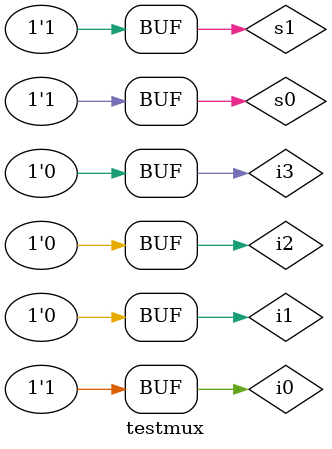
<source format=v>
`timescale 1ns / 1ps


module testmux;

	// Inputs
	reg i0;
	reg i1;
	reg i2;
	reg i3;
	reg s1;
	reg s0;

	// Outputs
	wire out;

	// Instantiate the Unit Under Test (UUT)
	mux41 uut (
		.out(out), 
		.i0(i0), 
		.i1(i1), 
		.i2(i2), 
		.i3(i3), 
		.s1(s1), 
		.s0(s0)
	);

	initial begin
		// Initialize Inputs
		i0 = 1;
		i1 = 0;
		i2 = 0;
		i3 = 0;
		s1 = 1;
		s0 = 1;

		// Wait 100 ns for global reset to finish
		#100;
        
		// Add stimulus here
		i0 = 0;
		i1 = 0;
		i2 = 0;
		i3 = 1;
		s1 = 1;
		s0 = 1;
		
		#100;
        
		// Add stimulus here
		i0 = 1;
		i1 = 0;
		i2 = 0;
		i3 = 0;
		s1 = 1;
		s0 = 1;




	end
      
endmodule


</source>
